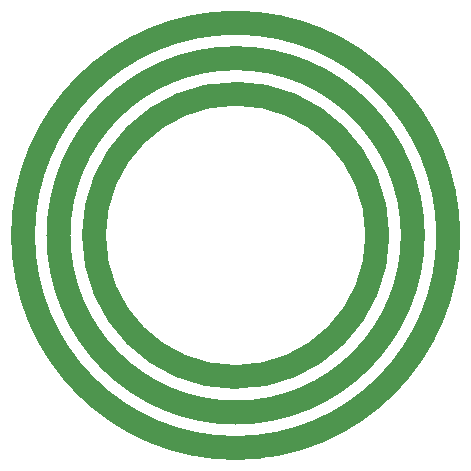
<source format=gbr>
%TF.GenerationSoftware,KiCad,Pcbnew,7.0.10*%
%TF.CreationDate,2024-02-11T22:43:53-05:00*%
%TF.ProjectId,basement_inner,62617365-6d65-46e7-945f-696e6e65722e,rev?*%
%TF.SameCoordinates,Original*%
%TF.FileFunction,Copper,L1,Top*%
%TF.FilePolarity,Positive*%
%FSLAX46Y46*%
G04 Gerber Fmt 4.6, Leading zero omitted, Abs format (unit mm)*
G04 Created by KiCad (PCBNEW 7.0.10) date 2024-02-11 22:43:53*
%MOMM*%
%LPD*%
G01*
G04 APERTURE LIST*
%TA.AperFunction,NonConductor*%
%ADD10C,2.000000*%
%TD*%
%TA.AperFunction,ComponentPad*%
%ADD11C,1.500000*%
%TD*%
G04 APERTURE END LIST*
D10*
X68000000Y-50000000D02*
G75*
G03*
X32000000Y-50000000I-18000000J0D01*
G01*
X32000000Y-50000000D02*
G75*
G03*
X68000000Y-50000000I18000000J0D01*
G01*
X65000000Y-50000000D02*
G75*
G03*
X35000000Y-50000000I-15000000J0D01*
G01*
X35000000Y-50000000D02*
G75*
G03*
X65000000Y-50000000I15000000J0D01*
G01*
X62000000Y-50000000D02*
G75*
G03*
X38000000Y-50000000I-12000000J0D01*
G01*
X38000000Y-50000000D02*
G75*
G03*
X62000000Y-50000000I12000000J0D01*
G01*
D11*
%TO.P,J102,1,Pin_1*%
%TO.N,unconnected-(J102-Pin_1-Pad1)*%
X57500000Y-37010000D03*
%TD*%
%TO.P,J103,1,Pin_1*%
%TO.N,unconnected-(J103-Pin_1-Pad1)*%
X56000000Y-60392000D03*
%TD*%
%TO.P,J101,1,Pin_1*%
%TO.N,unconnected-(J101-Pin_1-Pad1)*%
X32000000Y-50000000D03*
%TD*%
M02*

</source>
